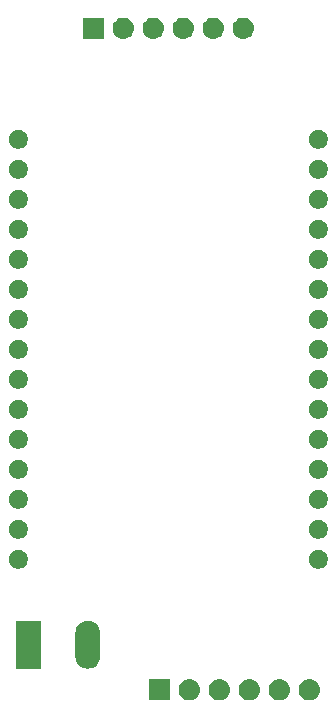
<source format=gbs>
G04 #@! TF.GenerationSoftware,KiCad,Pcbnew,(5.0.2)-1*
G04 #@! TF.CreationDate,2019-03-03T23:17:22+08:00*
G04 #@! TF.ProjectId,pcbtest-nrf24_breakout,70636274-6573-4742-9d6e-726632345f62,rev?*
G04 #@! TF.SameCoordinates,Original*
G04 #@! TF.FileFunction,Soldermask,Bot*
G04 #@! TF.FilePolarity,Negative*
%FSLAX46Y46*%
G04 Gerber Fmt 4.6, Leading zero omitted, Abs format (unit mm)*
G04 Created by KiCad (PCBNEW (5.0.2)-1) date 03-Mar-19 11:17:22 PM*
%MOMM*%
%LPD*%
G01*
G04 APERTURE LIST*
%ADD10C,0.100000*%
G04 APERTURE END LIST*
D10*
G36*
X119519000Y-124218000D02*
X117717000Y-124218000D01*
X117717000Y-122416000D01*
X119519000Y-122416000D01*
X119519000Y-124218000D01*
X119519000Y-124218000D01*
G37*
G36*
X128888442Y-122422518D02*
X128954627Y-122429037D01*
X129067853Y-122463384D01*
X129124467Y-122480557D01*
X129263087Y-122554652D01*
X129280991Y-122564222D01*
X129316729Y-122593552D01*
X129418186Y-122676814D01*
X129501448Y-122778271D01*
X129530778Y-122814009D01*
X129530779Y-122814011D01*
X129614443Y-122970533D01*
X129614443Y-122970534D01*
X129665963Y-123140373D01*
X129683359Y-123317000D01*
X129665963Y-123493627D01*
X129631616Y-123606853D01*
X129614443Y-123663467D01*
X129540348Y-123802087D01*
X129530778Y-123819991D01*
X129501448Y-123855729D01*
X129418186Y-123957186D01*
X129316729Y-124040448D01*
X129280991Y-124069778D01*
X129280989Y-124069779D01*
X129124467Y-124153443D01*
X129067853Y-124170616D01*
X128954627Y-124204963D01*
X128888442Y-124211482D01*
X128822260Y-124218000D01*
X128733740Y-124218000D01*
X128667558Y-124211482D01*
X128601373Y-124204963D01*
X128488147Y-124170616D01*
X128431533Y-124153443D01*
X128275011Y-124069779D01*
X128275009Y-124069778D01*
X128239271Y-124040448D01*
X128137814Y-123957186D01*
X128054552Y-123855729D01*
X128025222Y-123819991D01*
X128015652Y-123802087D01*
X127941557Y-123663467D01*
X127924384Y-123606853D01*
X127890037Y-123493627D01*
X127872641Y-123317000D01*
X127890037Y-123140373D01*
X127941557Y-122970534D01*
X127941557Y-122970533D01*
X128025221Y-122814011D01*
X128025222Y-122814009D01*
X128054552Y-122778271D01*
X128137814Y-122676814D01*
X128239271Y-122593552D01*
X128275009Y-122564222D01*
X128292913Y-122554652D01*
X128431533Y-122480557D01*
X128488147Y-122463384D01*
X128601373Y-122429037D01*
X128667558Y-122422518D01*
X128733740Y-122416000D01*
X128822260Y-122416000D01*
X128888442Y-122422518D01*
X128888442Y-122422518D01*
G37*
G36*
X131428442Y-122422518D02*
X131494627Y-122429037D01*
X131607853Y-122463384D01*
X131664467Y-122480557D01*
X131803087Y-122554652D01*
X131820991Y-122564222D01*
X131856729Y-122593552D01*
X131958186Y-122676814D01*
X132041448Y-122778271D01*
X132070778Y-122814009D01*
X132070779Y-122814011D01*
X132154443Y-122970533D01*
X132154443Y-122970534D01*
X132205963Y-123140373D01*
X132223359Y-123317000D01*
X132205963Y-123493627D01*
X132171616Y-123606853D01*
X132154443Y-123663467D01*
X132080348Y-123802087D01*
X132070778Y-123819991D01*
X132041448Y-123855729D01*
X131958186Y-123957186D01*
X131856729Y-124040448D01*
X131820991Y-124069778D01*
X131820989Y-124069779D01*
X131664467Y-124153443D01*
X131607853Y-124170616D01*
X131494627Y-124204963D01*
X131428442Y-124211482D01*
X131362260Y-124218000D01*
X131273740Y-124218000D01*
X131207558Y-124211482D01*
X131141373Y-124204963D01*
X131028147Y-124170616D01*
X130971533Y-124153443D01*
X130815011Y-124069779D01*
X130815009Y-124069778D01*
X130779271Y-124040448D01*
X130677814Y-123957186D01*
X130594552Y-123855729D01*
X130565222Y-123819991D01*
X130555652Y-123802087D01*
X130481557Y-123663467D01*
X130464384Y-123606853D01*
X130430037Y-123493627D01*
X130412641Y-123317000D01*
X130430037Y-123140373D01*
X130481557Y-122970534D01*
X130481557Y-122970533D01*
X130565221Y-122814011D01*
X130565222Y-122814009D01*
X130594552Y-122778271D01*
X130677814Y-122676814D01*
X130779271Y-122593552D01*
X130815009Y-122564222D01*
X130832913Y-122554652D01*
X130971533Y-122480557D01*
X131028147Y-122463384D01*
X131141373Y-122429037D01*
X131207558Y-122422518D01*
X131273740Y-122416000D01*
X131362260Y-122416000D01*
X131428442Y-122422518D01*
X131428442Y-122422518D01*
G37*
G36*
X126348442Y-122422518D02*
X126414627Y-122429037D01*
X126527853Y-122463384D01*
X126584467Y-122480557D01*
X126723087Y-122554652D01*
X126740991Y-122564222D01*
X126776729Y-122593552D01*
X126878186Y-122676814D01*
X126961448Y-122778271D01*
X126990778Y-122814009D01*
X126990779Y-122814011D01*
X127074443Y-122970533D01*
X127074443Y-122970534D01*
X127125963Y-123140373D01*
X127143359Y-123317000D01*
X127125963Y-123493627D01*
X127091616Y-123606853D01*
X127074443Y-123663467D01*
X127000348Y-123802087D01*
X126990778Y-123819991D01*
X126961448Y-123855729D01*
X126878186Y-123957186D01*
X126776729Y-124040448D01*
X126740991Y-124069778D01*
X126740989Y-124069779D01*
X126584467Y-124153443D01*
X126527853Y-124170616D01*
X126414627Y-124204963D01*
X126348442Y-124211482D01*
X126282260Y-124218000D01*
X126193740Y-124218000D01*
X126127558Y-124211482D01*
X126061373Y-124204963D01*
X125948147Y-124170616D01*
X125891533Y-124153443D01*
X125735011Y-124069779D01*
X125735009Y-124069778D01*
X125699271Y-124040448D01*
X125597814Y-123957186D01*
X125514552Y-123855729D01*
X125485222Y-123819991D01*
X125475652Y-123802087D01*
X125401557Y-123663467D01*
X125384384Y-123606853D01*
X125350037Y-123493627D01*
X125332641Y-123317000D01*
X125350037Y-123140373D01*
X125401557Y-122970534D01*
X125401557Y-122970533D01*
X125485221Y-122814011D01*
X125485222Y-122814009D01*
X125514552Y-122778271D01*
X125597814Y-122676814D01*
X125699271Y-122593552D01*
X125735009Y-122564222D01*
X125752913Y-122554652D01*
X125891533Y-122480557D01*
X125948147Y-122463384D01*
X126061373Y-122429037D01*
X126127558Y-122422518D01*
X126193740Y-122416000D01*
X126282260Y-122416000D01*
X126348442Y-122422518D01*
X126348442Y-122422518D01*
G37*
G36*
X121268442Y-122422518D02*
X121334627Y-122429037D01*
X121447853Y-122463384D01*
X121504467Y-122480557D01*
X121643087Y-122554652D01*
X121660991Y-122564222D01*
X121696729Y-122593552D01*
X121798186Y-122676814D01*
X121881448Y-122778271D01*
X121910778Y-122814009D01*
X121910779Y-122814011D01*
X121994443Y-122970533D01*
X121994443Y-122970534D01*
X122045963Y-123140373D01*
X122063359Y-123317000D01*
X122045963Y-123493627D01*
X122011616Y-123606853D01*
X121994443Y-123663467D01*
X121920348Y-123802087D01*
X121910778Y-123819991D01*
X121881448Y-123855729D01*
X121798186Y-123957186D01*
X121696729Y-124040448D01*
X121660991Y-124069778D01*
X121660989Y-124069779D01*
X121504467Y-124153443D01*
X121447853Y-124170616D01*
X121334627Y-124204963D01*
X121268442Y-124211482D01*
X121202260Y-124218000D01*
X121113740Y-124218000D01*
X121047558Y-124211482D01*
X120981373Y-124204963D01*
X120868147Y-124170616D01*
X120811533Y-124153443D01*
X120655011Y-124069779D01*
X120655009Y-124069778D01*
X120619271Y-124040448D01*
X120517814Y-123957186D01*
X120434552Y-123855729D01*
X120405222Y-123819991D01*
X120395652Y-123802087D01*
X120321557Y-123663467D01*
X120304384Y-123606853D01*
X120270037Y-123493627D01*
X120252641Y-123317000D01*
X120270037Y-123140373D01*
X120321557Y-122970534D01*
X120321557Y-122970533D01*
X120405221Y-122814011D01*
X120405222Y-122814009D01*
X120434552Y-122778271D01*
X120517814Y-122676814D01*
X120619271Y-122593552D01*
X120655009Y-122564222D01*
X120672913Y-122554652D01*
X120811533Y-122480557D01*
X120868147Y-122463384D01*
X120981373Y-122429037D01*
X121047558Y-122422518D01*
X121113740Y-122416000D01*
X121202260Y-122416000D01*
X121268442Y-122422518D01*
X121268442Y-122422518D01*
G37*
G36*
X123808442Y-122422518D02*
X123874627Y-122429037D01*
X123987853Y-122463384D01*
X124044467Y-122480557D01*
X124183087Y-122554652D01*
X124200991Y-122564222D01*
X124236729Y-122593552D01*
X124338186Y-122676814D01*
X124421448Y-122778271D01*
X124450778Y-122814009D01*
X124450779Y-122814011D01*
X124534443Y-122970533D01*
X124534443Y-122970534D01*
X124585963Y-123140373D01*
X124603359Y-123317000D01*
X124585963Y-123493627D01*
X124551616Y-123606853D01*
X124534443Y-123663467D01*
X124460348Y-123802087D01*
X124450778Y-123819991D01*
X124421448Y-123855729D01*
X124338186Y-123957186D01*
X124236729Y-124040448D01*
X124200991Y-124069778D01*
X124200989Y-124069779D01*
X124044467Y-124153443D01*
X123987853Y-124170616D01*
X123874627Y-124204963D01*
X123808442Y-124211482D01*
X123742260Y-124218000D01*
X123653740Y-124218000D01*
X123587558Y-124211482D01*
X123521373Y-124204963D01*
X123408147Y-124170616D01*
X123351533Y-124153443D01*
X123195011Y-124069779D01*
X123195009Y-124069778D01*
X123159271Y-124040448D01*
X123057814Y-123957186D01*
X122974552Y-123855729D01*
X122945222Y-123819991D01*
X122935652Y-123802087D01*
X122861557Y-123663467D01*
X122844384Y-123606853D01*
X122810037Y-123493627D01*
X122792641Y-123317000D01*
X122810037Y-123140373D01*
X122861557Y-122970534D01*
X122861557Y-122970533D01*
X122945221Y-122814011D01*
X122945222Y-122814009D01*
X122974552Y-122778271D01*
X123057814Y-122676814D01*
X123159271Y-122593552D01*
X123195009Y-122564222D01*
X123212913Y-122554652D01*
X123351533Y-122480557D01*
X123408147Y-122463384D01*
X123521373Y-122429037D01*
X123587558Y-122422518D01*
X123653740Y-122416000D01*
X123742260Y-122416000D01*
X123808442Y-122422518D01*
X123808442Y-122422518D01*
G37*
G36*
X112773071Y-117491063D02*
X112903890Y-117530747D01*
X112969301Y-117550589D01*
X113065965Y-117602257D01*
X113150146Y-117647253D01*
X113150148Y-117647254D01*
X113150147Y-117647254D01*
X113308659Y-117777341D01*
X113438746Y-117935852D01*
X113535411Y-118116698D01*
X113555253Y-118182109D01*
X113594937Y-118312928D01*
X113610000Y-118465868D01*
X113610000Y-120548132D01*
X113594937Y-120701072D01*
X113555253Y-120831891D01*
X113535411Y-120897302D01*
X113438746Y-121078148D01*
X113308659Y-121236659D01*
X113150148Y-121366746D01*
X112969302Y-121463411D01*
X112903891Y-121483253D01*
X112773072Y-121522937D01*
X112569000Y-121543036D01*
X112364929Y-121522937D01*
X112234110Y-121483253D01*
X112168699Y-121463411D01*
X111987853Y-121366746D01*
X111829342Y-121236659D01*
X111699255Y-121078148D01*
X111602590Y-120897302D01*
X111582748Y-120831891D01*
X111543064Y-120701072D01*
X111528001Y-120548132D01*
X111528000Y-118465869D01*
X111543063Y-118312929D01*
X111602589Y-118116700D01*
X111602589Y-118116699D01*
X111699254Y-117935853D01*
X111829341Y-117777341D01*
X111987852Y-117647254D01*
X112168698Y-117550589D01*
X112234109Y-117530747D01*
X112364928Y-117491063D01*
X112569000Y-117470964D01*
X112773071Y-117491063D01*
X112773071Y-117491063D01*
G37*
G36*
X108610000Y-121538000D02*
X106528000Y-121538000D01*
X106528000Y-117476000D01*
X108610000Y-117476000D01*
X108610000Y-121538000D01*
X108610000Y-121538000D01*
G37*
G36*
X106917142Y-111486242D02*
X107065102Y-111547530D01*
X107198258Y-111636502D01*
X107311498Y-111749742D01*
X107400470Y-111882898D01*
X107461758Y-112030858D01*
X107493000Y-112187925D01*
X107493000Y-112348075D01*
X107461758Y-112505142D01*
X107400470Y-112653102D01*
X107311498Y-112786258D01*
X107198258Y-112899498D01*
X107065102Y-112988470D01*
X106917142Y-113049758D01*
X106760075Y-113081000D01*
X106599925Y-113081000D01*
X106442858Y-113049758D01*
X106294898Y-112988470D01*
X106161742Y-112899498D01*
X106048502Y-112786258D01*
X105959530Y-112653102D01*
X105898242Y-112505142D01*
X105867000Y-112348075D01*
X105867000Y-112187925D01*
X105898242Y-112030858D01*
X105959530Y-111882898D01*
X106048502Y-111749742D01*
X106161742Y-111636502D01*
X106294898Y-111547530D01*
X106442858Y-111486242D01*
X106599925Y-111455000D01*
X106760075Y-111455000D01*
X106917142Y-111486242D01*
X106917142Y-111486242D01*
G37*
G36*
X132317142Y-111486242D02*
X132465102Y-111547530D01*
X132598258Y-111636502D01*
X132711498Y-111749742D01*
X132800470Y-111882898D01*
X132861758Y-112030858D01*
X132893000Y-112187925D01*
X132893000Y-112348075D01*
X132861758Y-112505142D01*
X132800470Y-112653102D01*
X132711498Y-112786258D01*
X132598258Y-112899498D01*
X132465102Y-112988470D01*
X132317142Y-113049758D01*
X132160075Y-113081000D01*
X131999925Y-113081000D01*
X131842858Y-113049758D01*
X131694898Y-112988470D01*
X131561742Y-112899498D01*
X131448502Y-112786258D01*
X131359530Y-112653102D01*
X131298242Y-112505142D01*
X131267000Y-112348075D01*
X131267000Y-112187925D01*
X131298242Y-112030858D01*
X131359530Y-111882898D01*
X131448502Y-111749742D01*
X131561742Y-111636502D01*
X131694898Y-111547530D01*
X131842858Y-111486242D01*
X131999925Y-111455000D01*
X132160075Y-111455000D01*
X132317142Y-111486242D01*
X132317142Y-111486242D01*
G37*
G36*
X132317142Y-108946242D02*
X132465102Y-109007530D01*
X132598258Y-109096502D01*
X132711498Y-109209742D01*
X132800470Y-109342898D01*
X132861758Y-109490858D01*
X132893000Y-109647925D01*
X132893000Y-109808075D01*
X132861758Y-109965142D01*
X132800470Y-110113102D01*
X132711498Y-110246258D01*
X132598258Y-110359498D01*
X132465102Y-110448470D01*
X132317142Y-110509758D01*
X132160075Y-110541000D01*
X131999925Y-110541000D01*
X131842858Y-110509758D01*
X131694898Y-110448470D01*
X131561742Y-110359498D01*
X131448502Y-110246258D01*
X131359530Y-110113102D01*
X131298242Y-109965142D01*
X131267000Y-109808075D01*
X131267000Y-109647925D01*
X131298242Y-109490858D01*
X131359530Y-109342898D01*
X131448502Y-109209742D01*
X131561742Y-109096502D01*
X131694898Y-109007530D01*
X131842858Y-108946242D01*
X131999925Y-108915000D01*
X132160075Y-108915000D01*
X132317142Y-108946242D01*
X132317142Y-108946242D01*
G37*
G36*
X106917142Y-108946242D02*
X107065102Y-109007530D01*
X107198258Y-109096502D01*
X107311498Y-109209742D01*
X107400470Y-109342898D01*
X107461758Y-109490858D01*
X107493000Y-109647925D01*
X107493000Y-109808075D01*
X107461758Y-109965142D01*
X107400470Y-110113102D01*
X107311498Y-110246258D01*
X107198258Y-110359498D01*
X107065102Y-110448470D01*
X106917142Y-110509758D01*
X106760075Y-110541000D01*
X106599925Y-110541000D01*
X106442858Y-110509758D01*
X106294898Y-110448470D01*
X106161742Y-110359498D01*
X106048502Y-110246258D01*
X105959530Y-110113102D01*
X105898242Y-109965142D01*
X105867000Y-109808075D01*
X105867000Y-109647925D01*
X105898242Y-109490858D01*
X105959530Y-109342898D01*
X106048502Y-109209742D01*
X106161742Y-109096502D01*
X106294898Y-109007530D01*
X106442858Y-108946242D01*
X106599925Y-108915000D01*
X106760075Y-108915000D01*
X106917142Y-108946242D01*
X106917142Y-108946242D01*
G37*
G36*
X106917142Y-106406242D02*
X107065102Y-106467530D01*
X107198258Y-106556502D01*
X107311498Y-106669742D01*
X107400470Y-106802898D01*
X107461758Y-106950858D01*
X107493000Y-107107925D01*
X107493000Y-107268075D01*
X107461758Y-107425142D01*
X107400470Y-107573102D01*
X107311498Y-107706258D01*
X107198258Y-107819498D01*
X107065102Y-107908470D01*
X106917142Y-107969758D01*
X106760075Y-108001000D01*
X106599925Y-108001000D01*
X106442858Y-107969758D01*
X106294898Y-107908470D01*
X106161742Y-107819498D01*
X106048502Y-107706258D01*
X105959530Y-107573102D01*
X105898242Y-107425142D01*
X105867000Y-107268075D01*
X105867000Y-107107925D01*
X105898242Y-106950858D01*
X105959530Y-106802898D01*
X106048502Y-106669742D01*
X106161742Y-106556502D01*
X106294898Y-106467530D01*
X106442858Y-106406242D01*
X106599925Y-106375000D01*
X106760075Y-106375000D01*
X106917142Y-106406242D01*
X106917142Y-106406242D01*
G37*
G36*
X132317142Y-106406242D02*
X132465102Y-106467530D01*
X132598258Y-106556502D01*
X132711498Y-106669742D01*
X132800470Y-106802898D01*
X132861758Y-106950858D01*
X132893000Y-107107925D01*
X132893000Y-107268075D01*
X132861758Y-107425142D01*
X132800470Y-107573102D01*
X132711498Y-107706258D01*
X132598258Y-107819498D01*
X132465102Y-107908470D01*
X132317142Y-107969758D01*
X132160075Y-108001000D01*
X131999925Y-108001000D01*
X131842858Y-107969758D01*
X131694898Y-107908470D01*
X131561742Y-107819498D01*
X131448502Y-107706258D01*
X131359530Y-107573102D01*
X131298242Y-107425142D01*
X131267000Y-107268075D01*
X131267000Y-107107925D01*
X131298242Y-106950858D01*
X131359530Y-106802898D01*
X131448502Y-106669742D01*
X131561742Y-106556502D01*
X131694898Y-106467530D01*
X131842858Y-106406242D01*
X131999925Y-106375000D01*
X132160075Y-106375000D01*
X132317142Y-106406242D01*
X132317142Y-106406242D01*
G37*
G36*
X132317142Y-103866242D02*
X132465102Y-103927530D01*
X132598258Y-104016502D01*
X132711498Y-104129742D01*
X132800470Y-104262898D01*
X132861758Y-104410858D01*
X132893000Y-104567925D01*
X132893000Y-104728075D01*
X132861758Y-104885142D01*
X132800470Y-105033102D01*
X132711498Y-105166258D01*
X132598258Y-105279498D01*
X132465102Y-105368470D01*
X132317142Y-105429758D01*
X132160075Y-105461000D01*
X131999925Y-105461000D01*
X131842858Y-105429758D01*
X131694898Y-105368470D01*
X131561742Y-105279498D01*
X131448502Y-105166258D01*
X131359530Y-105033102D01*
X131298242Y-104885142D01*
X131267000Y-104728075D01*
X131267000Y-104567925D01*
X131298242Y-104410858D01*
X131359530Y-104262898D01*
X131448502Y-104129742D01*
X131561742Y-104016502D01*
X131694898Y-103927530D01*
X131842858Y-103866242D01*
X131999925Y-103835000D01*
X132160075Y-103835000D01*
X132317142Y-103866242D01*
X132317142Y-103866242D01*
G37*
G36*
X106917142Y-103866242D02*
X107065102Y-103927530D01*
X107198258Y-104016502D01*
X107311498Y-104129742D01*
X107400470Y-104262898D01*
X107461758Y-104410858D01*
X107493000Y-104567925D01*
X107493000Y-104728075D01*
X107461758Y-104885142D01*
X107400470Y-105033102D01*
X107311498Y-105166258D01*
X107198258Y-105279498D01*
X107065102Y-105368470D01*
X106917142Y-105429758D01*
X106760075Y-105461000D01*
X106599925Y-105461000D01*
X106442858Y-105429758D01*
X106294898Y-105368470D01*
X106161742Y-105279498D01*
X106048502Y-105166258D01*
X105959530Y-105033102D01*
X105898242Y-104885142D01*
X105867000Y-104728075D01*
X105867000Y-104567925D01*
X105898242Y-104410858D01*
X105959530Y-104262898D01*
X106048502Y-104129742D01*
X106161742Y-104016502D01*
X106294898Y-103927530D01*
X106442858Y-103866242D01*
X106599925Y-103835000D01*
X106760075Y-103835000D01*
X106917142Y-103866242D01*
X106917142Y-103866242D01*
G37*
G36*
X132317142Y-101326242D02*
X132465102Y-101387530D01*
X132598258Y-101476502D01*
X132711498Y-101589742D01*
X132800470Y-101722898D01*
X132861758Y-101870858D01*
X132893000Y-102027925D01*
X132893000Y-102188075D01*
X132861758Y-102345142D01*
X132800470Y-102493102D01*
X132711498Y-102626258D01*
X132598258Y-102739498D01*
X132465102Y-102828470D01*
X132317142Y-102889758D01*
X132160075Y-102921000D01*
X131999925Y-102921000D01*
X131842858Y-102889758D01*
X131694898Y-102828470D01*
X131561742Y-102739498D01*
X131448502Y-102626258D01*
X131359530Y-102493102D01*
X131298242Y-102345142D01*
X131267000Y-102188075D01*
X131267000Y-102027925D01*
X131298242Y-101870858D01*
X131359530Y-101722898D01*
X131448502Y-101589742D01*
X131561742Y-101476502D01*
X131694898Y-101387530D01*
X131842858Y-101326242D01*
X131999925Y-101295000D01*
X132160075Y-101295000D01*
X132317142Y-101326242D01*
X132317142Y-101326242D01*
G37*
G36*
X106917142Y-101326242D02*
X107065102Y-101387530D01*
X107198258Y-101476502D01*
X107311498Y-101589742D01*
X107400470Y-101722898D01*
X107461758Y-101870858D01*
X107493000Y-102027925D01*
X107493000Y-102188075D01*
X107461758Y-102345142D01*
X107400470Y-102493102D01*
X107311498Y-102626258D01*
X107198258Y-102739498D01*
X107065102Y-102828470D01*
X106917142Y-102889758D01*
X106760075Y-102921000D01*
X106599925Y-102921000D01*
X106442858Y-102889758D01*
X106294898Y-102828470D01*
X106161742Y-102739498D01*
X106048502Y-102626258D01*
X105959530Y-102493102D01*
X105898242Y-102345142D01*
X105867000Y-102188075D01*
X105867000Y-102027925D01*
X105898242Y-101870858D01*
X105959530Y-101722898D01*
X106048502Y-101589742D01*
X106161742Y-101476502D01*
X106294898Y-101387530D01*
X106442858Y-101326242D01*
X106599925Y-101295000D01*
X106760075Y-101295000D01*
X106917142Y-101326242D01*
X106917142Y-101326242D01*
G37*
G36*
X106917142Y-98786242D02*
X107065102Y-98847530D01*
X107198258Y-98936502D01*
X107311498Y-99049742D01*
X107400470Y-99182898D01*
X107461758Y-99330858D01*
X107493000Y-99487925D01*
X107493000Y-99648075D01*
X107461758Y-99805142D01*
X107400470Y-99953102D01*
X107311498Y-100086258D01*
X107198258Y-100199498D01*
X107065102Y-100288470D01*
X106917142Y-100349758D01*
X106760075Y-100381000D01*
X106599925Y-100381000D01*
X106442858Y-100349758D01*
X106294898Y-100288470D01*
X106161742Y-100199498D01*
X106048502Y-100086258D01*
X105959530Y-99953102D01*
X105898242Y-99805142D01*
X105867000Y-99648075D01*
X105867000Y-99487925D01*
X105898242Y-99330858D01*
X105959530Y-99182898D01*
X106048502Y-99049742D01*
X106161742Y-98936502D01*
X106294898Y-98847530D01*
X106442858Y-98786242D01*
X106599925Y-98755000D01*
X106760075Y-98755000D01*
X106917142Y-98786242D01*
X106917142Y-98786242D01*
G37*
G36*
X132317142Y-98786242D02*
X132465102Y-98847530D01*
X132598258Y-98936502D01*
X132711498Y-99049742D01*
X132800470Y-99182898D01*
X132861758Y-99330858D01*
X132893000Y-99487925D01*
X132893000Y-99648075D01*
X132861758Y-99805142D01*
X132800470Y-99953102D01*
X132711498Y-100086258D01*
X132598258Y-100199498D01*
X132465102Y-100288470D01*
X132317142Y-100349758D01*
X132160075Y-100381000D01*
X131999925Y-100381000D01*
X131842858Y-100349758D01*
X131694898Y-100288470D01*
X131561742Y-100199498D01*
X131448502Y-100086258D01*
X131359530Y-99953102D01*
X131298242Y-99805142D01*
X131267000Y-99648075D01*
X131267000Y-99487925D01*
X131298242Y-99330858D01*
X131359530Y-99182898D01*
X131448502Y-99049742D01*
X131561742Y-98936502D01*
X131694898Y-98847530D01*
X131842858Y-98786242D01*
X131999925Y-98755000D01*
X132160075Y-98755000D01*
X132317142Y-98786242D01*
X132317142Y-98786242D01*
G37*
G36*
X132317142Y-96246242D02*
X132465102Y-96307530D01*
X132598258Y-96396502D01*
X132711498Y-96509742D01*
X132800470Y-96642898D01*
X132861758Y-96790858D01*
X132893000Y-96947925D01*
X132893000Y-97108075D01*
X132861758Y-97265142D01*
X132800470Y-97413102D01*
X132711498Y-97546258D01*
X132598258Y-97659498D01*
X132465102Y-97748470D01*
X132317142Y-97809758D01*
X132160075Y-97841000D01*
X131999925Y-97841000D01*
X131842858Y-97809758D01*
X131694898Y-97748470D01*
X131561742Y-97659498D01*
X131448502Y-97546258D01*
X131359530Y-97413102D01*
X131298242Y-97265142D01*
X131267000Y-97108075D01*
X131267000Y-96947925D01*
X131298242Y-96790858D01*
X131359530Y-96642898D01*
X131448502Y-96509742D01*
X131561742Y-96396502D01*
X131694898Y-96307530D01*
X131842858Y-96246242D01*
X131999925Y-96215000D01*
X132160075Y-96215000D01*
X132317142Y-96246242D01*
X132317142Y-96246242D01*
G37*
G36*
X106917142Y-96246242D02*
X107065102Y-96307530D01*
X107198258Y-96396502D01*
X107311498Y-96509742D01*
X107400470Y-96642898D01*
X107461758Y-96790858D01*
X107493000Y-96947925D01*
X107493000Y-97108075D01*
X107461758Y-97265142D01*
X107400470Y-97413102D01*
X107311498Y-97546258D01*
X107198258Y-97659498D01*
X107065102Y-97748470D01*
X106917142Y-97809758D01*
X106760075Y-97841000D01*
X106599925Y-97841000D01*
X106442858Y-97809758D01*
X106294898Y-97748470D01*
X106161742Y-97659498D01*
X106048502Y-97546258D01*
X105959530Y-97413102D01*
X105898242Y-97265142D01*
X105867000Y-97108075D01*
X105867000Y-96947925D01*
X105898242Y-96790858D01*
X105959530Y-96642898D01*
X106048502Y-96509742D01*
X106161742Y-96396502D01*
X106294898Y-96307530D01*
X106442858Y-96246242D01*
X106599925Y-96215000D01*
X106760075Y-96215000D01*
X106917142Y-96246242D01*
X106917142Y-96246242D01*
G37*
G36*
X132317142Y-93706242D02*
X132465102Y-93767530D01*
X132598258Y-93856502D01*
X132711498Y-93969742D01*
X132800470Y-94102898D01*
X132861758Y-94250858D01*
X132893000Y-94407925D01*
X132893000Y-94568075D01*
X132861758Y-94725142D01*
X132800470Y-94873102D01*
X132711498Y-95006258D01*
X132598258Y-95119498D01*
X132465102Y-95208470D01*
X132317142Y-95269758D01*
X132160075Y-95301000D01*
X131999925Y-95301000D01*
X131842858Y-95269758D01*
X131694898Y-95208470D01*
X131561742Y-95119498D01*
X131448502Y-95006258D01*
X131359530Y-94873102D01*
X131298242Y-94725142D01*
X131267000Y-94568075D01*
X131267000Y-94407925D01*
X131298242Y-94250858D01*
X131359530Y-94102898D01*
X131448502Y-93969742D01*
X131561742Y-93856502D01*
X131694898Y-93767530D01*
X131842858Y-93706242D01*
X131999925Y-93675000D01*
X132160075Y-93675000D01*
X132317142Y-93706242D01*
X132317142Y-93706242D01*
G37*
G36*
X106917142Y-93706242D02*
X107065102Y-93767530D01*
X107198258Y-93856502D01*
X107311498Y-93969742D01*
X107400470Y-94102898D01*
X107461758Y-94250858D01*
X107493000Y-94407925D01*
X107493000Y-94568075D01*
X107461758Y-94725142D01*
X107400470Y-94873102D01*
X107311498Y-95006258D01*
X107198258Y-95119498D01*
X107065102Y-95208470D01*
X106917142Y-95269758D01*
X106760075Y-95301000D01*
X106599925Y-95301000D01*
X106442858Y-95269758D01*
X106294898Y-95208470D01*
X106161742Y-95119498D01*
X106048502Y-95006258D01*
X105959530Y-94873102D01*
X105898242Y-94725142D01*
X105867000Y-94568075D01*
X105867000Y-94407925D01*
X105898242Y-94250858D01*
X105959530Y-94102898D01*
X106048502Y-93969742D01*
X106161742Y-93856502D01*
X106294898Y-93767530D01*
X106442858Y-93706242D01*
X106599925Y-93675000D01*
X106760075Y-93675000D01*
X106917142Y-93706242D01*
X106917142Y-93706242D01*
G37*
G36*
X106917142Y-91166242D02*
X107065102Y-91227530D01*
X107198258Y-91316502D01*
X107311498Y-91429742D01*
X107400470Y-91562898D01*
X107461758Y-91710858D01*
X107493000Y-91867925D01*
X107493000Y-92028075D01*
X107461758Y-92185142D01*
X107400470Y-92333102D01*
X107311498Y-92466258D01*
X107198258Y-92579498D01*
X107065102Y-92668470D01*
X106917142Y-92729758D01*
X106760075Y-92761000D01*
X106599925Y-92761000D01*
X106442858Y-92729758D01*
X106294898Y-92668470D01*
X106161742Y-92579498D01*
X106048502Y-92466258D01*
X105959530Y-92333102D01*
X105898242Y-92185142D01*
X105867000Y-92028075D01*
X105867000Y-91867925D01*
X105898242Y-91710858D01*
X105959530Y-91562898D01*
X106048502Y-91429742D01*
X106161742Y-91316502D01*
X106294898Y-91227530D01*
X106442858Y-91166242D01*
X106599925Y-91135000D01*
X106760075Y-91135000D01*
X106917142Y-91166242D01*
X106917142Y-91166242D01*
G37*
G36*
X132317142Y-91166242D02*
X132465102Y-91227530D01*
X132598258Y-91316502D01*
X132711498Y-91429742D01*
X132800470Y-91562898D01*
X132861758Y-91710858D01*
X132893000Y-91867925D01*
X132893000Y-92028075D01*
X132861758Y-92185142D01*
X132800470Y-92333102D01*
X132711498Y-92466258D01*
X132598258Y-92579498D01*
X132465102Y-92668470D01*
X132317142Y-92729758D01*
X132160075Y-92761000D01*
X131999925Y-92761000D01*
X131842858Y-92729758D01*
X131694898Y-92668470D01*
X131561742Y-92579498D01*
X131448502Y-92466258D01*
X131359530Y-92333102D01*
X131298242Y-92185142D01*
X131267000Y-92028075D01*
X131267000Y-91867925D01*
X131298242Y-91710858D01*
X131359530Y-91562898D01*
X131448502Y-91429742D01*
X131561742Y-91316502D01*
X131694898Y-91227530D01*
X131842858Y-91166242D01*
X131999925Y-91135000D01*
X132160075Y-91135000D01*
X132317142Y-91166242D01*
X132317142Y-91166242D01*
G37*
G36*
X132317142Y-88626242D02*
X132465102Y-88687530D01*
X132598258Y-88776502D01*
X132711498Y-88889742D01*
X132800470Y-89022898D01*
X132861758Y-89170858D01*
X132893000Y-89327925D01*
X132893000Y-89488075D01*
X132861758Y-89645142D01*
X132800470Y-89793102D01*
X132711498Y-89926258D01*
X132598258Y-90039498D01*
X132465102Y-90128470D01*
X132317142Y-90189758D01*
X132160075Y-90221000D01*
X131999925Y-90221000D01*
X131842858Y-90189758D01*
X131694898Y-90128470D01*
X131561742Y-90039498D01*
X131448502Y-89926258D01*
X131359530Y-89793102D01*
X131298242Y-89645142D01*
X131267000Y-89488075D01*
X131267000Y-89327925D01*
X131298242Y-89170858D01*
X131359530Y-89022898D01*
X131448502Y-88889742D01*
X131561742Y-88776502D01*
X131694898Y-88687530D01*
X131842858Y-88626242D01*
X131999925Y-88595000D01*
X132160075Y-88595000D01*
X132317142Y-88626242D01*
X132317142Y-88626242D01*
G37*
G36*
X106917142Y-88626242D02*
X107065102Y-88687530D01*
X107198258Y-88776502D01*
X107311498Y-88889742D01*
X107400470Y-89022898D01*
X107461758Y-89170858D01*
X107493000Y-89327925D01*
X107493000Y-89488075D01*
X107461758Y-89645142D01*
X107400470Y-89793102D01*
X107311498Y-89926258D01*
X107198258Y-90039498D01*
X107065102Y-90128470D01*
X106917142Y-90189758D01*
X106760075Y-90221000D01*
X106599925Y-90221000D01*
X106442858Y-90189758D01*
X106294898Y-90128470D01*
X106161742Y-90039498D01*
X106048502Y-89926258D01*
X105959530Y-89793102D01*
X105898242Y-89645142D01*
X105867000Y-89488075D01*
X105867000Y-89327925D01*
X105898242Y-89170858D01*
X105959530Y-89022898D01*
X106048502Y-88889742D01*
X106161742Y-88776502D01*
X106294898Y-88687530D01*
X106442858Y-88626242D01*
X106599925Y-88595000D01*
X106760075Y-88595000D01*
X106917142Y-88626242D01*
X106917142Y-88626242D01*
G37*
G36*
X132317142Y-86086242D02*
X132465102Y-86147530D01*
X132598258Y-86236502D01*
X132711498Y-86349742D01*
X132800470Y-86482898D01*
X132861758Y-86630858D01*
X132893000Y-86787925D01*
X132893000Y-86948075D01*
X132861758Y-87105142D01*
X132800470Y-87253102D01*
X132711498Y-87386258D01*
X132598258Y-87499498D01*
X132465102Y-87588470D01*
X132317142Y-87649758D01*
X132160075Y-87681000D01*
X131999925Y-87681000D01*
X131842858Y-87649758D01*
X131694898Y-87588470D01*
X131561742Y-87499498D01*
X131448502Y-87386258D01*
X131359530Y-87253102D01*
X131298242Y-87105142D01*
X131267000Y-86948075D01*
X131267000Y-86787925D01*
X131298242Y-86630858D01*
X131359530Y-86482898D01*
X131448502Y-86349742D01*
X131561742Y-86236502D01*
X131694898Y-86147530D01*
X131842858Y-86086242D01*
X131999925Y-86055000D01*
X132160075Y-86055000D01*
X132317142Y-86086242D01*
X132317142Y-86086242D01*
G37*
G36*
X106917142Y-86086242D02*
X107065102Y-86147530D01*
X107198258Y-86236502D01*
X107311498Y-86349742D01*
X107400470Y-86482898D01*
X107461758Y-86630858D01*
X107493000Y-86787925D01*
X107493000Y-86948075D01*
X107461758Y-87105142D01*
X107400470Y-87253102D01*
X107311498Y-87386258D01*
X107198258Y-87499498D01*
X107065102Y-87588470D01*
X106917142Y-87649758D01*
X106760075Y-87681000D01*
X106599925Y-87681000D01*
X106442858Y-87649758D01*
X106294898Y-87588470D01*
X106161742Y-87499498D01*
X106048502Y-87386258D01*
X105959530Y-87253102D01*
X105898242Y-87105142D01*
X105867000Y-86948075D01*
X105867000Y-86787925D01*
X105898242Y-86630858D01*
X105959530Y-86482898D01*
X106048502Y-86349742D01*
X106161742Y-86236502D01*
X106294898Y-86147530D01*
X106442858Y-86086242D01*
X106599925Y-86055000D01*
X106760075Y-86055000D01*
X106917142Y-86086242D01*
X106917142Y-86086242D01*
G37*
G36*
X106917142Y-83546242D02*
X107065102Y-83607530D01*
X107198258Y-83696502D01*
X107311498Y-83809742D01*
X107400470Y-83942898D01*
X107461758Y-84090858D01*
X107493000Y-84247925D01*
X107493000Y-84408075D01*
X107461758Y-84565142D01*
X107400470Y-84713102D01*
X107311498Y-84846258D01*
X107198258Y-84959498D01*
X107065102Y-85048470D01*
X106917142Y-85109758D01*
X106760075Y-85141000D01*
X106599925Y-85141000D01*
X106442858Y-85109758D01*
X106294898Y-85048470D01*
X106161742Y-84959498D01*
X106048502Y-84846258D01*
X105959530Y-84713102D01*
X105898242Y-84565142D01*
X105867000Y-84408075D01*
X105867000Y-84247925D01*
X105898242Y-84090858D01*
X105959530Y-83942898D01*
X106048502Y-83809742D01*
X106161742Y-83696502D01*
X106294898Y-83607530D01*
X106442858Y-83546242D01*
X106599925Y-83515000D01*
X106760075Y-83515000D01*
X106917142Y-83546242D01*
X106917142Y-83546242D01*
G37*
G36*
X132317142Y-83546242D02*
X132465102Y-83607530D01*
X132598258Y-83696502D01*
X132711498Y-83809742D01*
X132800470Y-83942898D01*
X132861758Y-84090858D01*
X132893000Y-84247925D01*
X132893000Y-84408075D01*
X132861758Y-84565142D01*
X132800470Y-84713102D01*
X132711498Y-84846258D01*
X132598258Y-84959498D01*
X132465102Y-85048470D01*
X132317142Y-85109758D01*
X132160075Y-85141000D01*
X131999925Y-85141000D01*
X131842858Y-85109758D01*
X131694898Y-85048470D01*
X131561742Y-84959498D01*
X131448502Y-84846258D01*
X131359530Y-84713102D01*
X131298242Y-84565142D01*
X131267000Y-84408075D01*
X131267000Y-84247925D01*
X131298242Y-84090858D01*
X131359530Y-83942898D01*
X131448502Y-83809742D01*
X131561742Y-83696502D01*
X131694898Y-83607530D01*
X131842858Y-83546242D01*
X131999925Y-83515000D01*
X132160075Y-83515000D01*
X132317142Y-83546242D01*
X132317142Y-83546242D01*
G37*
G36*
X106917142Y-81006242D02*
X107065102Y-81067530D01*
X107198258Y-81156502D01*
X107311498Y-81269742D01*
X107400470Y-81402898D01*
X107461758Y-81550858D01*
X107493000Y-81707925D01*
X107493000Y-81868075D01*
X107461758Y-82025142D01*
X107400470Y-82173102D01*
X107311498Y-82306258D01*
X107198258Y-82419498D01*
X107065102Y-82508470D01*
X106917142Y-82569758D01*
X106760075Y-82601000D01*
X106599925Y-82601000D01*
X106442858Y-82569758D01*
X106294898Y-82508470D01*
X106161742Y-82419498D01*
X106048502Y-82306258D01*
X105959530Y-82173102D01*
X105898242Y-82025142D01*
X105867000Y-81868075D01*
X105867000Y-81707925D01*
X105898242Y-81550858D01*
X105959530Y-81402898D01*
X106048502Y-81269742D01*
X106161742Y-81156502D01*
X106294898Y-81067530D01*
X106442858Y-81006242D01*
X106599925Y-80975000D01*
X106760075Y-80975000D01*
X106917142Y-81006242D01*
X106917142Y-81006242D01*
G37*
G36*
X132317142Y-81006242D02*
X132465102Y-81067530D01*
X132598258Y-81156502D01*
X132711498Y-81269742D01*
X132800470Y-81402898D01*
X132861758Y-81550858D01*
X132893000Y-81707925D01*
X132893000Y-81868075D01*
X132861758Y-82025142D01*
X132800470Y-82173102D01*
X132711498Y-82306258D01*
X132598258Y-82419498D01*
X132465102Y-82508470D01*
X132317142Y-82569758D01*
X132160075Y-82601000D01*
X131999925Y-82601000D01*
X131842858Y-82569758D01*
X131694898Y-82508470D01*
X131561742Y-82419498D01*
X131448502Y-82306258D01*
X131359530Y-82173102D01*
X131298242Y-82025142D01*
X131267000Y-81868075D01*
X131267000Y-81707925D01*
X131298242Y-81550858D01*
X131359530Y-81402898D01*
X131448502Y-81269742D01*
X131561742Y-81156502D01*
X131694898Y-81067530D01*
X131842858Y-81006242D01*
X131999925Y-80975000D01*
X132160075Y-80975000D01*
X132317142Y-81006242D01*
X132317142Y-81006242D01*
G37*
G36*
X132317142Y-78466242D02*
X132465102Y-78527530D01*
X132598258Y-78616502D01*
X132711498Y-78729742D01*
X132800470Y-78862898D01*
X132861758Y-79010858D01*
X132893000Y-79167925D01*
X132893000Y-79328075D01*
X132861758Y-79485142D01*
X132800470Y-79633102D01*
X132711498Y-79766258D01*
X132598258Y-79879498D01*
X132465102Y-79968470D01*
X132317142Y-80029758D01*
X132160075Y-80061000D01*
X131999925Y-80061000D01*
X131842858Y-80029758D01*
X131694898Y-79968470D01*
X131561742Y-79879498D01*
X131448502Y-79766258D01*
X131359530Y-79633102D01*
X131298242Y-79485142D01*
X131267000Y-79328075D01*
X131267000Y-79167925D01*
X131298242Y-79010858D01*
X131359530Y-78862898D01*
X131448502Y-78729742D01*
X131561742Y-78616502D01*
X131694898Y-78527530D01*
X131842858Y-78466242D01*
X131999925Y-78435000D01*
X132160075Y-78435000D01*
X132317142Y-78466242D01*
X132317142Y-78466242D01*
G37*
G36*
X106917142Y-78466242D02*
X107065102Y-78527530D01*
X107198258Y-78616502D01*
X107311498Y-78729742D01*
X107400470Y-78862898D01*
X107461758Y-79010858D01*
X107493000Y-79167925D01*
X107493000Y-79328075D01*
X107461758Y-79485142D01*
X107400470Y-79633102D01*
X107311498Y-79766258D01*
X107198258Y-79879498D01*
X107065102Y-79968470D01*
X106917142Y-80029758D01*
X106760075Y-80061000D01*
X106599925Y-80061000D01*
X106442858Y-80029758D01*
X106294898Y-79968470D01*
X106161742Y-79879498D01*
X106048502Y-79766258D01*
X105959530Y-79633102D01*
X105898242Y-79485142D01*
X105867000Y-79328075D01*
X105867000Y-79167925D01*
X105898242Y-79010858D01*
X105959530Y-78862898D01*
X106048502Y-78729742D01*
X106161742Y-78616502D01*
X106294898Y-78527530D01*
X106442858Y-78466242D01*
X106599925Y-78435000D01*
X106760075Y-78435000D01*
X106917142Y-78466242D01*
X106917142Y-78466242D01*
G37*
G36*
X132317142Y-75926242D02*
X132465102Y-75987530D01*
X132598258Y-76076502D01*
X132711498Y-76189742D01*
X132800470Y-76322898D01*
X132861758Y-76470858D01*
X132893000Y-76627925D01*
X132893000Y-76788075D01*
X132861758Y-76945142D01*
X132800470Y-77093102D01*
X132711498Y-77226258D01*
X132598258Y-77339498D01*
X132465102Y-77428470D01*
X132317142Y-77489758D01*
X132160075Y-77521000D01*
X131999925Y-77521000D01*
X131842858Y-77489758D01*
X131694898Y-77428470D01*
X131561742Y-77339498D01*
X131448502Y-77226258D01*
X131359530Y-77093102D01*
X131298242Y-76945142D01*
X131267000Y-76788075D01*
X131267000Y-76627925D01*
X131298242Y-76470858D01*
X131359530Y-76322898D01*
X131448502Y-76189742D01*
X131561742Y-76076502D01*
X131694898Y-75987530D01*
X131842858Y-75926242D01*
X131999925Y-75895000D01*
X132160075Y-75895000D01*
X132317142Y-75926242D01*
X132317142Y-75926242D01*
G37*
G36*
X106917142Y-75926242D02*
X107065102Y-75987530D01*
X107198258Y-76076502D01*
X107311498Y-76189742D01*
X107400470Y-76322898D01*
X107461758Y-76470858D01*
X107493000Y-76627925D01*
X107493000Y-76788075D01*
X107461758Y-76945142D01*
X107400470Y-77093102D01*
X107311498Y-77226258D01*
X107198258Y-77339498D01*
X107065102Y-77428470D01*
X106917142Y-77489758D01*
X106760075Y-77521000D01*
X106599925Y-77521000D01*
X106442858Y-77489758D01*
X106294898Y-77428470D01*
X106161742Y-77339498D01*
X106048502Y-77226258D01*
X105959530Y-77093102D01*
X105898242Y-76945142D01*
X105867000Y-76788075D01*
X105867000Y-76627925D01*
X105898242Y-76470858D01*
X105959530Y-76322898D01*
X106048502Y-76189742D01*
X106161742Y-76076502D01*
X106294898Y-75987530D01*
X106442858Y-75926242D01*
X106599925Y-75895000D01*
X106760075Y-75895000D01*
X106917142Y-75926242D01*
X106917142Y-75926242D01*
G37*
G36*
X125840443Y-66415519D02*
X125906627Y-66422037D01*
X126019853Y-66456384D01*
X126076467Y-66473557D01*
X126215087Y-66547652D01*
X126232991Y-66557222D01*
X126268729Y-66586552D01*
X126370186Y-66669814D01*
X126453448Y-66771271D01*
X126482778Y-66807009D01*
X126482779Y-66807011D01*
X126566443Y-66963533D01*
X126566443Y-66963534D01*
X126617963Y-67133373D01*
X126635359Y-67310000D01*
X126617963Y-67486627D01*
X126583616Y-67599853D01*
X126566443Y-67656467D01*
X126492348Y-67795087D01*
X126482778Y-67812991D01*
X126453448Y-67848729D01*
X126370186Y-67950186D01*
X126268729Y-68033448D01*
X126232991Y-68062778D01*
X126232989Y-68062779D01*
X126076467Y-68146443D01*
X126019853Y-68163616D01*
X125906627Y-68197963D01*
X125840443Y-68204481D01*
X125774260Y-68211000D01*
X125685740Y-68211000D01*
X125619557Y-68204481D01*
X125553373Y-68197963D01*
X125440147Y-68163616D01*
X125383533Y-68146443D01*
X125227011Y-68062779D01*
X125227009Y-68062778D01*
X125191271Y-68033448D01*
X125089814Y-67950186D01*
X125006552Y-67848729D01*
X124977222Y-67812991D01*
X124967652Y-67795087D01*
X124893557Y-67656467D01*
X124876384Y-67599853D01*
X124842037Y-67486627D01*
X124824641Y-67310000D01*
X124842037Y-67133373D01*
X124893557Y-66963534D01*
X124893557Y-66963533D01*
X124977221Y-66807011D01*
X124977222Y-66807009D01*
X125006552Y-66771271D01*
X125089814Y-66669814D01*
X125191271Y-66586552D01*
X125227009Y-66557222D01*
X125244913Y-66547652D01*
X125383533Y-66473557D01*
X125440147Y-66456384D01*
X125553373Y-66422037D01*
X125619557Y-66415519D01*
X125685740Y-66409000D01*
X125774260Y-66409000D01*
X125840443Y-66415519D01*
X125840443Y-66415519D01*
G37*
G36*
X123300443Y-66415519D02*
X123366627Y-66422037D01*
X123479853Y-66456384D01*
X123536467Y-66473557D01*
X123675087Y-66547652D01*
X123692991Y-66557222D01*
X123728729Y-66586552D01*
X123830186Y-66669814D01*
X123913448Y-66771271D01*
X123942778Y-66807009D01*
X123942779Y-66807011D01*
X124026443Y-66963533D01*
X124026443Y-66963534D01*
X124077963Y-67133373D01*
X124095359Y-67310000D01*
X124077963Y-67486627D01*
X124043616Y-67599853D01*
X124026443Y-67656467D01*
X123952348Y-67795087D01*
X123942778Y-67812991D01*
X123913448Y-67848729D01*
X123830186Y-67950186D01*
X123728729Y-68033448D01*
X123692991Y-68062778D01*
X123692989Y-68062779D01*
X123536467Y-68146443D01*
X123479853Y-68163616D01*
X123366627Y-68197963D01*
X123300443Y-68204481D01*
X123234260Y-68211000D01*
X123145740Y-68211000D01*
X123079557Y-68204481D01*
X123013373Y-68197963D01*
X122900147Y-68163616D01*
X122843533Y-68146443D01*
X122687011Y-68062779D01*
X122687009Y-68062778D01*
X122651271Y-68033448D01*
X122549814Y-67950186D01*
X122466552Y-67848729D01*
X122437222Y-67812991D01*
X122427652Y-67795087D01*
X122353557Y-67656467D01*
X122336384Y-67599853D01*
X122302037Y-67486627D01*
X122284641Y-67310000D01*
X122302037Y-67133373D01*
X122353557Y-66963534D01*
X122353557Y-66963533D01*
X122437221Y-66807011D01*
X122437222Y-66807009D01*
X122466552Y-66771271D01*
X122549814Y-66669814D01*
X122651271Y-66586552D01*
X122687009Y-66557222D01*
X122704913Y-66547652D01*
X122843533Y-66473557D01*
X122900147Y-66456384D01*
X123013373Y-66422037D01*
X123079557Y-66415519D01*
X123145740Y-66409000D01*
X123234260Y-66409000D01*
X123300443Y-66415519D01*
X123300443Y-66415519D01*
G37*
G36*
X120760443Y-66415519D02*
X120826627Y-66422037D01*
X120939853Y-66456384D01*
X120996467Y-66473557D01*
X121135087Y-66547652D01*
X121152991Y-66557222D01*
X121188729Y-66586552D01*
X121290186Y-66669814D01*
X121373448Y-66771271D01*
X121402778Y-66807009D01*
X121402779Y-66807011D01*
X121486443Y-66963533D01*
X121486443Y-66963534D01*
X121537963Y-67133373D01*
X121555359Y-67310000D01*
X121537963Y-67486627D01*
X121503616Y-67599853D01*
X121486443Y-67656467D01*
X121412348Y-67795087D01*
X121402778Y-67812991D01*
X121373448Y-67848729D01*
X121290186Y-67950186D01*
X121188729Y-68033448D01*
X121152991Y-68062778D01*
X121152989Y-68062779D01*
X120996467Y-68146443D01*
X120939853Y-68163616D01*
X120826627Y-68197963D01*
X120760443Y-68204481D01*
X120694260Y-68211000D01*
X120605740Y-68211000D01*
X120539557Y-68204481D01*
X120473373Y-68197963D01*
X120360147Y-68163616D01*
X120303533Y-68146443D01*
X120147011Y-68062779D01*
X120147009Y-68062778D01*
X120111271Y-68033448D01*
X120009814Y-67950186D01*
X119926552Y-67848729D01*
X119897222Y-67812991D01*
X119887652Y-67795087D01*
X119813557Y-67656467D01*
X119796384Y-67599853D01*
X119762037Y-67486627D01*
X119744641Y-67310000D01*
X119762037Y-67133373D01*
X119813557Y-66963534D01*
X119813557Y-66963533D01*
X119897221Y-66807011D01*
X119897222Y-66807009D01*
X119926552Y-66771271D01*
X120009814Y-66669814D01*
X120111271Y-66586552D01*
X120147009Y-66557222D01*
X120164913Y-66547652D01*
X120303533Y-66473557D01*
X120360147Y-66456384D01*
X120473373Y-66422037D01*
X120539557Y-66415519D01*
X120605740Y-66409000D01*
X120694260Y-66409000D01*
X120760443Y-66415519D01*
X120760443Y-66415519D01*
G37*
G36*
X118220443Y-66415519D02*
X118286627Y-66422037D01*
X118399853Y-66456384D01*
X118456467Y-66473557D01*
X118595087Y-66547652D01*
X118612991Y-66557222D01*
X118648729Y-66586552D01*
X118750186Y-66669814D01*
X118833448Y-66771271D01*
X118862778Y-66807009D01*
X118862779Y-66807011D01*
X118946443Y-66963533D01*
X118946443Y-66963534D01*
X118997963Y-67133373D01*
X119015359Y-67310000D01*
X118997963Y-67486627D01*
X118963616Y-67599853D01*
X118946443Y-67656467D01*
X118872348Y-67795087D01*
X118862778Y-67812991D01*
X118833448Y-67848729D01*
X118750186Y-67950186D01*
X118648729Y-68033448D01*
X118612991Y-68062778D01*
X118612989Y-68062779D01*
X118456467Y-68146443D01*
X118399853Y-68163616D01*
X118286627Y-68197963D01*
X118220443Y-68204481D01*
X118154260Y-68211000D01*
X118065740Y-68211000D01*
X117999557Y-68204481D01*
X117933373Y-68197963D01*
X117820147Y-68163616D01*
X117763533Y-68146443D01*
X117607011Y-68062779D01*
X117607009Y-68062778D01*
X117571271Y-68033448D01*
X117469814Y-67950186D01*
X117386552Y-67848729D01*
X117357222Y-67812991D01*
X117347652Y-67795087D01*
X117273557Y-67656467D01*
X117256384Y-67599853D01*
X117222037Y-67486627D01*
X117204641Y-67310000D01*
X117222037Y-67133373D01*
X117273557Y-66963534D01*
X117273557Y-66963533D01*
X117357221Y-66807011D01*
X117357222Y-66807009D01*
X117386552Y-66771271D01*
X117469814Y-66669814D01*
X117571271Y-66586552D01*
X117607009Y-66557222D01*
X117624913Y-66547652D01*
X117763533Y-66473557D01*
X117820147Y-66456384D01*
X117933373Y-66422037D01*
X117999557Y-66415519D01*
X118065740Y-66409000D01*
X118154260Y-66409000D01*
X118220443Y-66415519D01*
X118220443Y-66415519D01*
G37*
G36*
X113931000Y-68211000D02*
X112129000Y-68211000D01*
X112129000Y-66409000D01*
X113931000Y-66409000D01*
X113931000Y-68211000D01*
X113931000Y-68211000D01*
G37*
G36*
X115680443Y-66415519D02*
X115746627Y-66422037D01*
X115859853Y-66456384D01*
X115916467Y-66473557D01*
X116055087Y-66547652D01*
X116072991Y-66557222D01*
X116108729Y-66586552D01*
X116210186Y-66669814D01*
X116293448Y-66771271D01*
X116322778Y-66807009D01*
X116322779Y-66807011D01*
X116406443Y-66963533D01*
X116406443Y-66963534D01*
X116457963Y-67133373D01*
X116475359Y-67310000D01*
X116457963Y-67486627D01*
X116423616Y-67599853D01*
X116406443Y-67656467D01*
X116332348Y-67795087D01*
X116322778Y-67812991D01*
X116293448Y-67848729D01*
X116210186Y-67950186D01*
X116108729Y-68033448D01*
X116072991Y-68062778D01*
X116072989Y-68062779D01*
X115916467Y-68146443D01*
X115859853Y-68163616D01*
X115746627Y-68197963D01*
X115680443Y-68204481D01*
X115614260Y-68211000D01*
X115525740Y-68211000D01*
X115459557Y-68204481D01*
X115393373Y-68197963D01*
X115280147Y-68163616D01*
X115223533Y-68146443D01*
X115067011Y-68062779D01*
X115067009Y-68062778D01*
X115031271Y-68033448D01*
X114929814Y-67950186D01*
X114846552Y-67848729D01*
X114817222Y-67812991D01*
X114807652Y-67795087D01*
X114733557Y-67656467D01*
X114716384Y-67599853D01*
X114682037Y-67486627D01*
X114664641Y-67310000D01*
X114682037Y-67133373D01*
X114733557Y-66963534D01*
X114733557Y-66963533D01*
X114817221Y-66807011D01*
X114817222Y-66807009D01*
X114846552Y-66771271D01*
X114929814Y-66669814D01*
X115031271Y-66586552D01*
X115067009Y-66557222D01*
X115084913Y-66547652D01*
X115223533Y-66473557D01*
X115280147Y-66456384D01*
X115393373Y-66422037D01*
X115459557Y-66415519D01*
X115525740Y-66409000D01*
X115614260Y-66409000D01*
X115680443Y-66415519D01*
X115680443Y-66415519D01*
G37*
M02*

</source>
